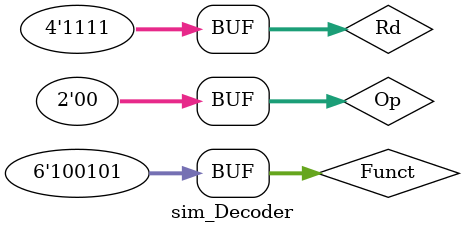
<source format=v>
`timescale 1ns / 1ps


module sim_Decoder(
    );
    
    reg [3:0] Rd;
    reg [1:0] Op;
    reg [5:0] Funct;
    wire PCS;
    wire RegW;
    wire MemW;
    wire MemtoReg;
    wire ALUSrc;
    wire [1:0] ImmSrc;
    wire [1:0] RegSrc;
    wire NoWrite;
    wire [1:0] ALUControl;
    wire [1:0] FlagW;
    
    Decoder dut(Rd, Op, Funct, PCS, RegW, MemW, MemtoReg, ALUSrc, ImmSrc, RegSrc, NoWrite, ALUControl, FlagW);
    
    initial begin
        // DP Imm instruction, where Rd = PC
        Rd = 4'b1111;
        Op = 2'b00;
        Funct = 6'b100101;
        /* Expected Output
            - PCS = 1'b1
            - RegW = 1'b1
            - MemW = 1'b0
            - MemtoReg = 1'b0
            - ALUSrc = 1'b1
            - ImmSrc = 2'b00
            - RegSrc = 2'bX0
            - NoWrite = 1'b0
            - ALUControl = 2'b01
            - FlagW = 2'b11
        */
    end
    
endmodule

</source>
